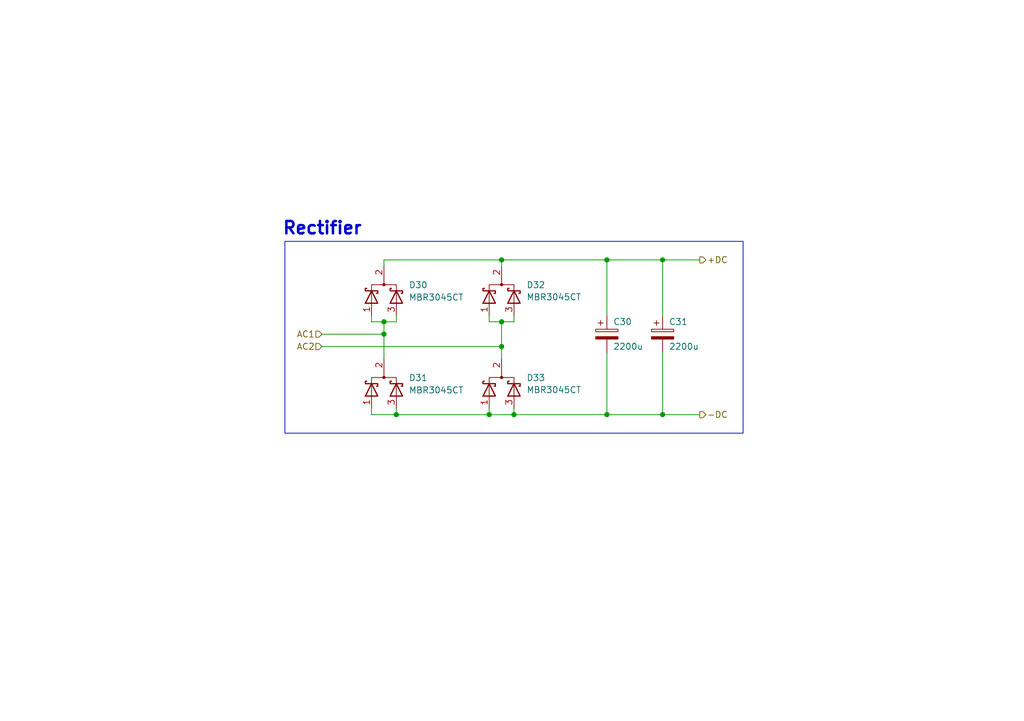
<source format=kicad_sch>
(kicad_sch (version 20231120) (generator "eeschema") (generator_version "8.0")
  (paper "A5")
  (title_block (title "DW3005T-power-board") (date "2024-02-26") (rev "1.0.0") (company "Dominik Workshop"))
  (lib_symbols
    (symbol "D_Schottky_Dual_CommonCathode_AAK_Parallel_1" (pin_names (offset 0.762) hide)
      (property "Reference" "D30" (at 1.2065 -5.08 90))
      (property "Value" "MBR3045CT" (at -1.3335 -5.08 90))
      (symbol "D_Schottky_Dual_CommonCathode_AAK_Parallel_1_0_1"
        (polyline (pts (xy 1.27 0) (xy 2.54 0)))
        (polyline (pts (xy -2.54 -2.54) (xy 1.27 -2.54) (xy 1.27 2.54) (xy -2.54 2.54)))
        (polyline (pts (xy -2.54 -1.27) (xy 0 -2.54) (xy -2.54 -3.81) (xy -2.54 -1.27) (xy -2.54 -1.27) (xy -2.54 -1.27)) (stroke (width 0.254)))
        (polyline (pts (xy -2.54 3.81) (xy 0 2.54) (xy -2.54 1.27) (xy -2.54 3.81) (xy -2.54 3.81) (xy -2.54 3.81)) (stroke (width 0.254)))
        (polyline (pts (xy 0.508 -1.524) (xy 0.508 -1.27) (xy 0 -1.27) (xy 0 -3.81) (xy -0.508 -3.81) (xy -0.508 -3.556)) (stroke (width 0.254)))
        (polyline (pts (xy 0.508 3.556) (xy 0.508 3.81) (xy 0 3.81) (xy 0 1.27) (xy -0.508 1.27) (xy -0.508 1.524)) (stroke (width 0.254)))
        (circle (center 1.27 0) (radius 0.254) (fill (type outline)))
        (pin passive line (at -5.08 2.54 0) (length 2.54) (name "K") (number "1"))
      )
      (symbol "D_Schottky_Dual_CommonCathode_AAK_Parallel_1_1_1"
        (pin passive line (at 5.08 0 180) (length 2.54) (name "A") (number "2"))
        (pin passive line (at -5.08 -2.54 0) (length 2.54) (name "K") (number "3"))
      )
    )
    (symbol "D_Schottky_Dual_CommonCathode_AAK_Parallel_2" (pin_names (offset 0.762) hide)
      (property "Reference" "D32" (at 1.2065 -5.08 90))
      (property "Value" "MBR3045CT" (at -1.27 -5.08 90))
      (symbol "D_Schottky_Dual_CommonCathode_AAK_Parallel_2_0_1"
        (polyline (pts (xy 1.27 0) (xy 2.54 0)))
        (polyline (pts (xy -2.54 -2.54) (xy 1.27 -2.54) (xy 1.27 2.54) (xy -2.54 2.54)))
        (polyline (pts (xy -2.54 -1.27) (xy 0 -2.54) (xy -2.54 -3.81) (xy -2.54 -1.27) (xy -2.54 -1.27) (xy -2.54 -1.27)) (stroke (width 0.254)))
        (polyline (pts (xy -2.54 3.81) (xy 0 2.54) (xy -2.54 1.27) (xy -2.54 3.81) (xy -2.54 3.81) (xy -2.54 3.81)) (stroke (width 0.254)))
        (polyline (pts (xy 0.508 -1.524) (xy 0.508 -1.27) (xy 0 -1.27) (xy 0 -3.81) (xy -0.508 -3.81) (xy -0.508 -3.556)) (stroke (width 0.254)))
        (polyline (pts (xy 0.508 3.556) (xy 0.508 3.81) (xy 0 3.81) (xy 0 1.27) (xy -0.508 1.27) (xy -0.508 1.524)) (stroke (width 0.254)))
        (circle (center 1.27 0) (radius 0.254) (fill (type outline)))
        (pin passive line (at -5.08 2.54 0) (length 2.54) (name "K") (number "1"))
      )
      (symbol "D_Schottky_Dual_CommonCathode_AAK_Parallel_2_1_1"
        (pin passive line (at 5.08 0 180) (length 2.54) (name "A") (number "2"))
        (pin passive line (at -5.08 -2.54 0) (length 2.54) (name "K") (number "3"))
      )
    )
    (symbol "D_Schottky_Dual_CommonCathode_AAK_Parallel_3" (pin_names (offset 0.762) hide)
      (property "Reference" "D31" (at 1.2065 -5.08 90))
      (property "Value" "MBR3045CT" (at -1.3335 -5.08 90))
      (symbol "D_Schottky_Dual_CommonCathode_AAK_Parallel_3_0_1"
        (polyline (pts (xy 1.27 0) (xy 2.54 0)))
        (polyline (pts (xy -2.54 -2.54) (xy 1.27 -2.54) (xy 1.27 2.54) (xy -2.54 2.54)))
        (polyline (pts (xy -2.54 -1.27) (xy 0 -2.54) (xy -2.54 -3.81) (xy -2.54 -1.27) (xy -2.54 -1.27) (xy -2.54 -1.27)) (stroke (width 0.254)))
        (polyline (pts (xy -2.54 3.81) (xy 0 2.54) (xy -2.54 1.27) (xy -2.54 3.81) (xy -2.54 3.81) (xy -2.54 3.81)) (stroke (width 0.254)))
        (polyline (pts (xy 0.508 -1.524) (xy 0.508 -1.27) (xy 0 -1.27) (xy 0 -3.81) (xy -0.508 -3.81) (xy -0.508 -3.556)) (stroke (width 0.254)))
        (polyline (pts (xy 0.508 3.556) (xy 0.508 3.81) (xy 0 3.81) (xy 0 1.27) (xy -0.508 1.27) (xy -0.508 1.524)) (stroke (width 0.254)))
        (circle (center 1.27 0) (radius 0.254) (fill (type outline)))
        (pin passive line (at -5.08 2.54 0) (length 2.54) (name "K") (number "1"))
      )
      (symbol "D_Schottky_Dual_CommonCathode_AAK_Parallel_3_1_1"
        (pin passive line (at 5.08 0 180) (length 2.54) (name "A") (number "2"))
        (pin passive line (at -5.08 -2.54 0) (length 2.54) (name "K") (number "3"))
      )
    )
    (symbol "Device:C_Polarized" (pin_numbers hide) (pin_names (offset 0.254))
      (property "Reference" "C" (at 0.635 2.54 0))
      (property "Value" "C_Polarized" (at 0.635 -2.54 0))
      (symbol "C_Polarized_0_1"
        (rectangle (start -2.286 0.508) (end 2.286 1.016))
        (polyline (pts (xy -1.778 2.286) (xy -0.762 2.286)))
        (polyline (pts (xy -1.27 2.794) (xy -1.27 1.778)))
        (rectangle (start 2.286 -0.508) (end -2.286 -1.016) (fill (type outline)))
      )
      (symbol "C_Polarized_1_1"
        (pin passive line (at 0 3.81 270) (length 2.794) (name "~") (number "1"))
        (pin passive line (at 0 -3.81 90) (length 2.794) (name "~") (number "2"))
      )
    )
    (symbol "Device:D_Schottky_Dual_CommonCathode_AAK_Parallel" (pin_names (offset 0.762) hide)
      (property "Reference" "D33" (at 1.2065 -5.08 90))
      (property "Value" "MBR3045CT" (at -1.27 -5.08 90))
      (symbol "D_Schottky_Dual_CommonCathode_AAK_Parallel_0_1"
        (polyline (pts (xy 1.27 0) (xy 2.54 0)))
        (polyline (pts (xy -2.54 -2.54) (xy 1.27 -2.54) (xy 1.27 2.54) (xy -2.54 2.54)))
        (polyline (pts (xy -2.54 -1.27) (xy 0 -2.54) (xy -2.54 -3.81) (xy -2.54 -1.27) (xy -2.54 -1.27) (xy -2.54 -1.27)) (stroke (width 0.254)))
        (polyline (pts (xy -2.54 3.81) (xy 0 2.54) (xy -2.54 1.27) (xy -2.54 3.81) (xy -2.54 3.81) (xy -2.54 3.81)) (stroke (width 0.254)))
        (polyline (pts (xy 0.508 -1.524) (xy 0.508 -1.27) (xy 0 -1.27) (xy 0 -3.81) (xy -0.508 -3.81) (xy -0.508 -3.556)) (stroke (width 0.254)))
        (polyline (pts (xy 0.508 3.556) (xy 0.508 3.81) (xy 0 3.81) (xy 0 1.27) (xy -0.508 1.27) (xy -0.508 1.524)) (stroke (width 0.254)))
        (circle (center 1.27 0) (radius 0.254) (fill (type outline)))
        (pin passive line (at -5.08 2.54 0) (length 2.54) (name "K") (number "1"))
      )
      (symbol "D_Schottky_Dual_CommonCathode_AAK_Parallel_1_1"
        (pin passive line (at 5.08 0 180) (length 2.54) (name "A") (number "2"))
        (pin passive line (at -5.08 -2.54 0) (length 2.54) (name "K") (number "3"))
      )
    )
  )
  (junction (at 105.41 85.09))
  (junction (at 135.89 85.09))
  (junction (at 135.89 53.34))
  (junction (at 100.33 85.09))
  (junction (at 124.46 85.09))
  (junction (at 78.74 68.58))
  (junction (at 102.87 66.04))
  (junction (at 102.87 71.12))
  (junction (at 102.87 53.34))
  (junction (at 78.74 66.04))
  (junction (at 124.46 53.34))
  (junction (at 81.28 85.09))
  (wire (pts (xy 135.89 53.34) (xy 143.51 53.34)))
  (wire (pts (xy 100.33 83.82) (xy 100.33 85.09)))
  (wire (pts (xy 102.87 66.04) (xy 102.87 71.12)))
  (wire (pts (xy 124.46 53.34) (xy 135.89 53.34)))
  (wire (pts (xy 76.2 66.04) (xy 78.74 66.04)))
  (wire (pts (xy 100.33 66.04) (xy 102.87 66.04)))
  (wire (pts (xy 66.04 68.58) (xy 78.74 68.58)))
  (wire (pts (xy 76.2 85.09) (xy 81.28 85.09)))
  (wire (pts (xy 100.33 85.09) (xy 105.41 85.09)))
  (wire (pts (xy 105.41 64.77) (xy 105.41 66.04)))
  (wire (pts (xy 78.74 66.04) (xy 78.74 68.58)))
  (wire (pts (xy 124.46 85.09) (xy 124.46 72.39)))
  (wire (pts (xy 76.2 83.82) (xy 76.2 85.09)))
  (wire (pts (xy 105.41 83.82) (xy 105.41 85.09)))
  (wire (pts (xy 76.2 64.77) (xy 76.2 66.04)))
  (wire (pts (xy 78.74 53.34) (xy 102.87 53.34)))
  (wire (pts (xy 135.89 85.09) (xy 143.51 85.09)))
  (wire (pts (xy 100.33 64.77) (xy 100.33 66.04)))
  (wire (pts (xy 78.74 54.61) (xy 78.74 53.34)))
  (wire (pts (xy 102.87 53.34) (xy 102.87 54.61)))
  (wire (pts (xy 81.28 64.77) (xy 81.28 66.04)))
  (wire (pts (xy 102.87 53.34) (xy 124.46 53.34)))
  (wire (pts (xy 78.74 66.04) (xy 81.28 66.04)))
  (wire (pts (xy 78.74 68.58) (xy 78.74 73.66)))
  (wire (pts (xy 102.87 71.12) (xy 102.87 73.66)))
  (wire (pts (xy 135.89 85.09) (xy 135.89 72.39)))
  (wire (pts (xy 124.46 85.09) (xy 135.89 85.09)))
  (wire (pts (xy 66.04 71.12) (xy 102.87 71.12)))
  (wire (pts (xy 81.28 83.82) (xy 81.28 85.09)))
  (wire (pts (xy 102.87 66.04) (xy 105.41 66.04)))
  (wire (pts (xy 100.33 85.09) (xy 81.28 85.09)))
  (wire (pts (xy 124.46 85.09) (xy 105.41 85.09)))
  (wire (pts (xy 124.46 53.34) (xy 124.46 64.77)))
  (wire (pts (xy 135.89 53.34) (xy 135.89 64.77)))
  (rectangle (start 58.42 49.53) (end 152.4 88.9))
  (text "Rectifier" (at 57.785 46.99 0) (effects (font (size 2.54 2.54) (thickness 0.508) (bold yes)) (justify left)))
  (hierarchical_label "-DC" (shape output) (at 143.51 85.09 0))
  (hierarchical_label "AC1" (shape input) (at 66.04 68.58 180))
  (hierarchical_label "+DC" (shape output) (at 143.51 53.34 0))
  (hierarchical_label "AC2" (shape input) (at 66.04 71.12 180))
  (symbol (lib_id "Device:C_Polarized") (at 124.46 68.58 0) (unit 1)
    (property "Reference" "C30" (at 125.73 66.04 0) (effects (justify left)))
    (property "Value" "2200u" (at 125.73 71.12 0) (effects (justify left)))
    (property "Footprint" "Capacitor_THT:CP_Radial_D22.0mm_P10.00mm_SnapIn" (effects (hide yes)))
  )
  (symbol (lib_id "Device:D_Schottky_Dual_CommonCathode_AAK_Parallel") (at 102.87 78.74 90) (unit 1)
    (property "Reference" "D33" (at 107.95 77.5335 90) (effects (justify right)))
    (property "Value" "MBR3045CT" (at 107.95 80.01 90) (effects (justify right)))
    (property "Footprint" "Package_TO_SOT_THT:TO-220-3_Horizontal_TabUp" (effects (hide yes)))
    (property "V_R" "45V" (effects (hide yes)))
    (property "I_F(AV)" "2x15A" (effects (hide yes)))
  )
  (symbol (lib_id "Device:C_Polarized") (at 135.89 68.58 0) (unit 1)
    (property "Reference" "C31" (at 137.16 66.04 0) (effects (justify left)))
    (property "Value" "2200u" (at 137.16 71.12 0) (effects (justify left)))
    (property "Footprint" "Capacitor_THT:CP_Radial_D22.0mm_P10.00mm_SnapIn" (effects (hide yes)))
  )
  (symbol (lib_name "D_Schottky_Dual_CommonCathode_AAK_Parallel_2") (lib_id "Device:D_Schottky_Dual_CommonCathode_AAK_Parallel") (at 102.87 59.69 90) (unit 1)
    (property "Reference" "D32" (at 107.95 58.4835 90) (effects (justify right)))
    (property "Value" "MBR3045CT" (at 107.95 60.96 90) (effects (justify right)))
    (property "Footprint" "Package_TO_SOT_THT:TO-220-3_Horizontal_TabUp" (effects (hide yes)))
    (property "V_R" "45V" (effects (hide yes)))
    (property "I_F(AV)" "2x15A" (effects (hide yes)))
  )
  (symbol (lib_name "D_Schottky_Dual_CommonCathode_AAK_Parallel_3") (lib_id "Device:D_Schottky_Dual_CommonCathode_AAK_Parallel") (at 78.74 78.74 90) (unit 1)
    (property "Reference" "D31" (at 83.82 77.5335 90) (effects (justify right)))
    (property "Value" "MBR3045CT" (at 83.82 80.0735 90) (effects (justify right)))
    (property "Footprint" "Package_TO_SOT_THT:TO-220-3_Horizontal_TabUp" (effects (hide yes)))
    (property "V_R" "45V" (effects (hide yes)))
    (property "I_F(AV)" "2x15A" (effects (hide yes)))
  )
  (symbol (lib_name "D_Schottky_Dual_CommonCathode_AAK_Parallel_1") (lib_id "Device:D_Schottky_Dual_CommonCathode_AAK_Parallel") (at 78.74 59.69 90) (unit 1)
    (property "Reference" "D30" (at 83.82 58.4835 90) (effects (justify right)))
    (property "Value" "MBR3045CT" (at 83.82 61.0235 90) (effects (justify right)))
    (property "Footprint" "Package_TO_SOT_THT:TO-220-3_Horizontal_TabUp" (effects (hide yes)))
    (property "V_R" "45V" (effects (hide yes)))
    (property "I_F(AV)" "2x15A" (effects (hide yes)))
  )
)
</source>
